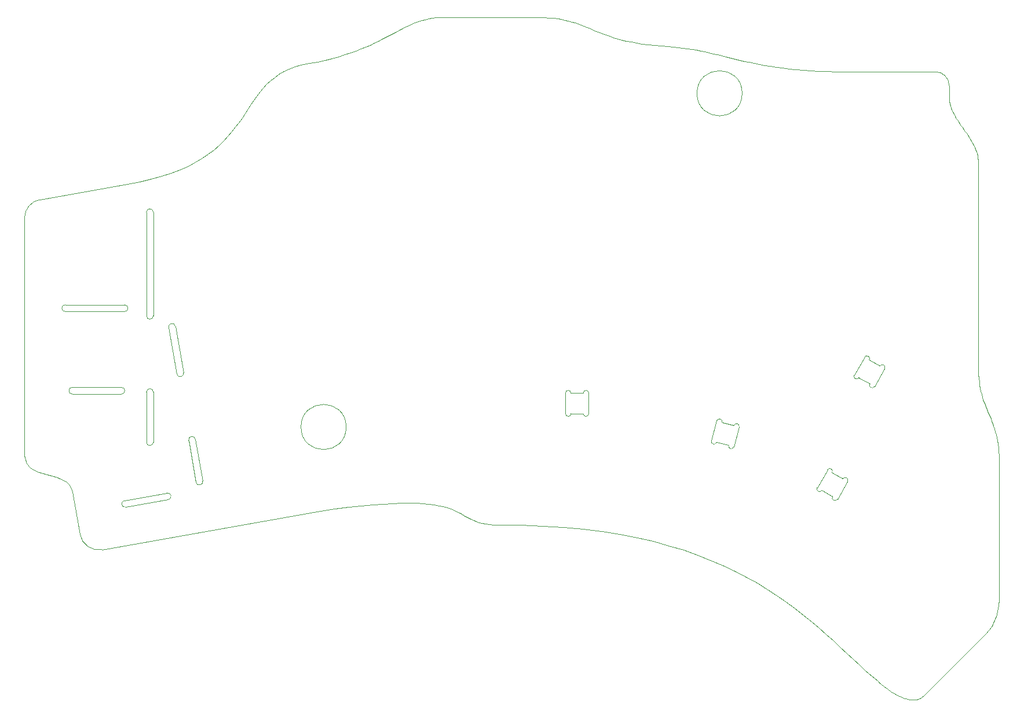
<source format=gbr>
%TF.GenerationSoftware,KiCad,Pcbnew,(6.0.8)*%
%TF.CreationDate,2022-10-10T20:06:03-07:00*%
%TF.ProjectId,hillside46,68696c6c-7369-4646-9534-362e6b696361,0.1.0*%
%TF.SameCoordinates,Original*%
%TF.FileFunction,Profile,NP*%
%FSLAX46Y46*%
G04 Gerber Fmt 4.6, Leading zero omitted, Abs format (unit mm)*
G04 Created by KiCad (PCBNEW (6.0.8)) date 2022-10-10 20:06:03*
%MOMM*%
%LPD*%
G01*
G04 APERTURE LIST*
%TA.AperFunction,Profile*%
%ADD10C,0.050000*%
%TD*%
%ADD11C,0.050000*%
%TA.AperFunction,Profile*%
%ADD12C,0.120000*%
%TD*%
G04 APERTURE END LIST*
D10*
X148619924Y-40689064D02*
X135500862Y-40689072D01*
X214717343Y-130722925D02*
X205436102Y-140007053D01*
X74075818Y-70062418D02*
X74075817Y-104782514D01*
X209240936Y-50689066D02*
G75*
G03*
X207240869Y-48689064I-2000036J-34D01*
G01*
X216566189Y-124479813D02*
X216566192Y-106156053D01*
X96125269Y-85921957D02*
G75*
G03*
X95140420Y-86095612I-492369J-87143D01*
G01*
X96125223Y-85921965D02*
X97323323Y-92717201D01*
X213490869Y-91699069D02*
X213490863Y-61984597D01*
X91896901Y-84382724D02*
X91896897Y-69230652D01*
D11*
X168169922Y-44974958D02*
X167110488Y-44898765D01*
X166118670Y-44806919D01*
X165190601Y-44700613D01*
X164322412Y-44581040D01*
X163510235Y-44449392D01*
X162750201Y-44306862D01*
X162038444Y-44154644D01*
X161371094Y-43993928D01*
X160744283Y-43825910D01*
X160154144Y-43651780D01*
X159596809Y-43472732D01*
X159068408Y-43289960D01*
X158565075Y-43104654D01*
X158082941Y-42918009D01*
X157618138Y-42731217D01*
X157166797Y-42545471D01*
X156725051Y-42361964D01*
X156289032Y-42181887D01*
X155854872Y-42006435D01*
X155418702Y-41836800D01*
X154976654Y-41674175D01*
X154524860Y-41519751D01*
X154059453Y-41374724D01*
X153576563Y-41240284D01*
X153072324Y-41117624D01*
X152542866Y-41007939D01*
X151984322Y-40912419D01*
X151392823Y-40832259D01*
X150764502Y-40768650D01*
X150095491Y-40722787D01*
X149381921Y-40695860D01*
X148619924Y-40689064D01*
D10*
X88696903Y-83770597D02*
X80023783Y-83770606D01*
X88703075Y-111398991D02*
G75*
G03*
X88876737Y-112383877I87025J-492409D01*
G01*
X82187980Y-116356930D02*
G75*
G03*
X85373766Y-118587613I2708220J477530D01*
G01*
D11*
X114469924Y-47674959D02*
X113549524Y-47948307D01*
X112710048Y-48269459D01*
X111944235Y-48635390D01*
X111244825Y-49043073D01*
X110604559Y-49489484D01*
X110016175Y-49971595D01*
X109472415Y-50486381D01*
X108966017Y-51030817D01*
X108489721Y-51601877D01*
X108036268Y-52196534D01*
X107598397Y-52811763D01*
X107168848Y-53444538D01*
X106740362Y-54091833D01*
X106305677Y-54750623D01*
X105857534Y-55417881D01*
X105388672Y-56090583D01*
X104891832Y-56765701D01*
X104359754Y-57440210D01*
X103785177Y-58111085D01*
X103160840Y-58775299D01*
X102479485Y-59429827D01*
X101733851Y-60071643D01*
X100916677Y-60697721D01*
X100020704Y-61305036D01*
X99038671Y-61890560D01*
X97963319Y-62451270D01*
X96787386Y-62984138D01*
X95503614Y-63486139D01*
X94104742Y-63954248D01*
X92583510Y-64385437D01*
X90932657Y-64776683D01*
X89144924Y-65124958D01*
D10*
X92896907Y-69230649D02*
X92896905Y-84382724D01*
D11*
X214717343Y-130722925D02*
X214871631Y-130567393D01*
X215017131Y-130405525D01*
X215154100Y-130237697D01*
X215282793Y-130064290D01*
X215403467Y-129885680D01*
X215516377Y-129702247D01*
X215621779Y-129514370D01*
X215719931Y-129322425D01*
X215811088Y-129126793D01*
X215895506Y-128927851D01*
X215973441Y-128725978D01*
X216045149Y-128521553D01*
X216110887Y-128314953D01*
X216170911Y-128106557D01*
X216225477Y-127896744D01*
X216274841Y-127685893D01*
X216319258Y-127474381D01*
X216358986Y-127262587D01*
X216394280Y-127050890D01*
X216425397Y-126839667D01*
X216452593Y-126629299D01*
X216476123Y-126420162D01*
X216496244Y-126212636D01*
X216513212Y-126007098D01*
X216527284Y-125803928D01*
X216538715Y-125603503D01*
X216547761Y-125406203D01*
X216554679Y-125212406D01*
X216559724Y-125022490D01*
X216563153Y-124836833D01*
X216565223Y-124655814D01*
X216566189Y-124479813D01*
D10*
X89144924Y-65124958D02*
X76344059Y-67377604D01*
X81054967Y-94841170D02*
G75*
G03*
X81054964Y-95841230I-167J-500030D01*
G01*
D11*
X194040859Y-48689070D02*
X192685513Y-48667524D01*
X191396341Y-48629652D01*
X190170254Y-48576477D01*
X189004163Y-48509021D01*
X187894979Y-48428308D01*
X186839612Y-48335359D01*
X185834974Y-48231199D01*
X184877974Y-48116849D01*
X183965525Y-47993333D01*
X183094536Y-47861673D01*
X182261920Y-47722892D01*
X181464585Y-47578014D01*
X180699444Y-47428059D01*
X179963408Y-47274053D01*
X179253386Y-47117017D01*
X178566290Y-46957973D01*
X177899031Y-46797946D01*
X177248520Y-46637958D01*
X176611666Y-46479031D01*
X175985382Y-46322188D01*
X175366579Y-46168453D01*
X174752166Y-46018847D01*
X174139055Y-45874395D01*
X173524156Y-45736118D01*
X172904381Y-45605039D01*
X172276640Y-45482181D01*
X171637844Y-45368568D01*
X170984904Y-45265221D01*
X170314731Y-45173164D01*
X169624236Y-45093419D01*
X168910329Y-45027009D01*
X168169922Y-44974958D01*
X198755864Y-137769068D02*
X197878656Y-137042926D01*
X196993697Y-136274124D01*
X196096239Y-135467016D01*
X195181538Y-134625953D01*
X194244850Y-133755291D01*
X193281428Y-132859382D01*
X192286527Y-131942580D01*
X191255402Y-131009238D01*
X190183309Y-130063709D01*
X189065501Y-129110347D01*
X187897235Y-128153506D01*
X186673763Y-127197539D01*
X185390342Y-126246799D01*
X184042227Y-125305639D01*
X182624671Y-124378414D01*
X181132930Y-123469476D01*
X179562258Y-122583179D01*
X177907911Y-121723876D01*
X176165144Y-120895922D01*
X174329210Y-120103668D01*
X172395365Y-119351469D01*
X170358864Y-118643678D01*
X168214961Y-117984649D01*
X165958912Y-117378734D01*
X163585971Y-116830288D01*
X161091393Y-116343663D01*
X158470432Y-115923213D01*
X155718344Y-115573292D01*
X152830384Y-115298253D01*
X149801806Y-115102450D01*
X146627865Y-114990235D01*
X143303816Y-114965963D01*
X213490863Y-61984597D02*
X213478671Y-61637604D01*
X213443134Y-61298581D01*
X213385807Y-60967026D01*
X213308247Y-60642438D01*
X213212010Y-60324317D01*
X213098652Y-60012161D01*
X212969731Y-59705469D01*
X212826802Y-59403741D01*
X212671422Y-59106476D01*
X212505147Y-58813173D01*
X212329534Y-58523331D01*
X212146139Y-58236449D01*
X211956518Y-57952027D01*
X211762228Y-57669562D01*
X211564825Y-57388556D01*
X211365866Y-57108505D01*
X211166906Y-56828911D01*
X210969504Y-56549271D01*
X210775214Y-56269085D01*
X210585593Y-55987852D01*
X210402197Y-55705071D01*
X210226584Y-55420242D01*
X210060309Y-55132862D01*
X209904929Y-54842432D01*
X209762000Y-54548451D01*
X209633079Y-54250418D01*
X209519721Y-53947831D01*
X209423484Y-53640190D01*
X209345924Y-53326994D01*
X209288597Y-53007742D01*
X209253059Y-52681934D01*
X209240868Y-52349068D01*
D10*
X92896903Y-69230649D02*
G75*
G03*
X91896897Y-69230652I-500003J-51D01*
G01*
X88223886Y-95841163D02*
G75*
G03*
X88223880Y-94841237I-86J499963D01*
G01*
X117321837Y-112954302D02*
X85373766Y-118587613D01*
X99136816Y-108736999D02*
X98059862Y-102628818D01*
X91896910Y-102870604D02*
X91896867Y-95541239D01*
X82188018Y-116356923D02*
X81109409Y-110187348D01*
X95073886Y-111291236D02*
X88876737Y-112383877D01*
X80023783Y-82770594D02*
G75*
G03*
X80023783Y-83770606I17J-500006D01*
G01*
X99044699Y-102455163D02*
G75*
G03*
X98059862Y-102628818I-492399J-86937D01*
G01*
X209240859Y-50689066D02*
X209240868Y-52349068D01*
X99136735Y-108737013D02*
G75*
G03*
X100121624Y-108563354I492465J86713D01*
G01*
X88696903Y-83770595D02*
G75*
G03*
X88696900Y-82770605I-3J499995D01*
G01*
X80023783Y-82770602D02*
X88696900Y-82770605D01*
D11*
X143303816Y-114965963D02*
X142621700Y-114950887D01*
X142008337Y-114905596D01*
X141456013Y-114832801D01*
X140957015Y-114735217D01*
X140503632Y-114615556D01*
X140088149Y-114476532D01*
X139702855Y-114320858D01*
X139340036Y-114151248D01*
X138991980Y-113970415D01*
X138650974Y-113781072D01*
X138309305Y-113585932D01*
X137959260Y-113387709D01*
X137593127Y-113189117D01*
X137203193Y-112992868D01*
X136781745Y-112801675D01*
X136321070Y-112618253D01*
X135813456Y-112445314D01*
X135251190Y-112285572D01*
X134626559Y-112141740D01*
X133931850Y-112016532D01*
X133159351Y-111912660D01*
X132301348Y-111832838D01*
X131350130Y-111779779D01*
X130297983Y-111756197D01*
X129137194Y-111764806D01*
X127860051Y-111808317D01*
X126458840Y-111889445D01*
X124925850Y-112010903D01*
X123253368Y-112175405D01*
X121433680Y-112385663D01*
X119459074Y-112644390D01*
X117321837Y-112954302D01*
X216566192Y-106156053D02*
X216557369Y-105477457D01*
X216531653Y-104839967D01*
X216490171Y-104240934D01*
X216434047Y-103677712D01*
X216364409Y-103147652D01*
X216282383Y-102648109D01*
X216189094Y-102176435D01*
X216085670Y-101729983D01*
X215973236Y-101306105D01*
X215852918Y-100902155D01*
X215725843Y-100515485D01*
X215593137Y-100143448D01*
X215455926Y-99783397D01*
X215315337Y-99432686D01*
X215172495Y-99088666D01*
X215028527Y-98748690D01*
X214884559Y-98410112D01*
X214741717Y-98070284D01*
X214601128Y-97726559D01*
X214463917Y-97376291D01*
X214331212Y-97016831D01*
X214204137Y-96645533D01*
X214083820Y-96259749D01*
X213971386Y-95856832D01*
X213867962Y-95434136D01*
X213774674Y-94989013D01*
X213692648Y-94518816D01*
X213623010Y-94020898D01*
X213566887Y-93492611D01*
X213525405Y-92931308D01*
X213499690Y-92334343D01*
X213490869Y-91699069D01*
D10*
X99044669Y-102455168D02*
X100121624Y-108563354D01*
X88703089Y-111399071D02*
X94900241Y-110306432D01*
X91896899Y-102870604D02*
G75*
G03*
X92896901Y-102870600I500001J4D01*
G01*
X81054967Y-94841239D02*
X88223880Y-94841237D01*
X96338517Y-92890845D02*
X95140420Y-86095612D01*
X76344069Y-67377662D02*
G75*
G03*
X74075818Y-70062418I465731J-2694038D01*
G01*
X92896872Y-95541239D02*
X92896901Y-102870600D01*
X88223886Y-95841236D02*
X81054964Y-95841230D01*
D11*
X135500862Y-40689072D02*
X134858120Y-40710070D01*
X134250481Y-40756137D01*
X133674341Y-40826040D01*
X133126098Y-40918545D01*
X132602146Y-41032417D01*
X132098882Y-41166422D01*
X131612703Y-41319327D01*
X131140005Y-41489898D01*
X130677184Y-41676900D01*
X130220637Y-41879100D01*
X129766759Y-42095264D01*
X129311948Y-42324157D01*
X128852599Y-42564547D01*
X128385108Y-42815198D01*
X127905873Y-43074876D01*
X127411289Y-43342349D01*
X126897753Y-43616382D01*
X126361661Y-43895740D01*
X125799409Y-44179191D01*
X125207394Y-44465499D01*
X124582011Y-44753432D01*
X123919658Y-45041754D01*
X123216731Y-45329233D01*
X122469625Y-45614633D01*
X121674738Y-45896722D01*
X120828464Y-46174265D01*
X119927202Y-46446028D01*
X118967347Y-46710778D01*
X117945295Y-46967279D01*
X116857443Y-47214299D01*
X115700187Y-47450604D01*
X114469924Y-47674959D01*
D10*
X121089906Y-100652347D02*
G75*
G03*
X121089906Y-100652347I-3301994J0D01*
G01*
X92896873Y-95541239D02*
G75*
G03*
X91896867Y-95541239I-500003J28D01*
G01*
X207240869Y-48689064D02*
X194040859Y-48689070D01*
X95073883Y-111291217D02*
G75*
G03*
X94900241Y-110306432I-86683J492417D01*
G01*
X91896901Y-84382724D02*
G75*
G03*
X92896905Y-84382724I500002J211D01*
G01*
D11*
X81109409Y-110187348D02*
X81026470Y-109879435D01*
X80913725Y-109600502D01*
X80773271Y-109348547D01*
X80607205Y-109121569D01*
X80417625Y-108917568D01*
X80206630Y-108734541D01*
X79976315Y-108570488D01*
X79728780Y-108423407D01*
X79466122Y-108291299D01*
X79190439Y-108172161D01*
X78903829Y-108063992D01*
X78608388Y-107964792D01*
X78306216Y-107872559D01*
X77999409Y-107785293D01*
X77690065Y-107700992D01*
X77380283Y-107617655D01*
X77072159Y-107533281D01*
X76767792Y-107445869D01*
X76469280Y-107353418D01*
X76178719Y-107253927D01*
X75898208Y-107145395D01*
X75629844Y-107025821D01*
X75375726Y-106893203D01*
X75137950Y-106745541D01*
X74918615Y-106580833D01*
X74719819Y-106397078D01*
X74543658Y-106192276D01*
X74392231Y-105964425D01*
X74267636Y-105711525D01*
X74171970Y-105431573D01*
X74107331Y-105122570D01*
X74075817Y-104782514D01*
D10*
X96338418Y-92890862D02*
G75*
G03*
X97323323Y-92717201I492482J86662D01*
G01*
X178977848Y-51832515D02*
G75*
G03*
X178977848Y-51832515I-3301994J0D01*
G01*
D11*
X205436102Y-140007053D02*
X205269192Y-140150947D01*
X205092424Y-140271630D01*
X204906512Y-140370045D01*
X204712174Y-140447131D01*
X204510124Y-140503831D01*
X204301080Y-140541086D01*
X204085756Y-140559838D01*
X203864868Y-140561029D01*
X203639133Y-140545599D01*
X203409266Y-140514490D01*
X203175984Y-140468645D01*
X202940002Y-140409003D01*
X202702035Y-140336508D01*
X202462801Y-140252100D01*
X202223015Y-140156722D01*
X201983392Y-140051313D01*
X201744649Y-139936817D01*
X201507501Y-139814175D01*
X201272665Y-139684327D01*
X201040856Y-139548217D01*
X200812790Y-139406784D01*
X200589183Y-139260972D01*
X200370751Y-139111720D01*
X200158211Y-138959972D01*
X199952277Y-138806667D01*
X199753665Y-138652749D01*
X199563093Y-138499158D01*
X199381274Y-138346836D01*
X199208926Y-138196724D01*
X199046765Y-138049765D01*
X198895505Y-137906899D01*
X198755864Y-137769068D01*
D12*
%TO.C,D3*%
X176024409Y-99963371D02*
X177763076Y-100429245D01*
X178535816Y-100636301D02*
X177759359Y-103534078D01*
X174475212Y-102654093D02*
X175251669Y-99756316D01*
X176986619Y-103327023D02*
X175247952Y-102861149D01*
X174475212Y-102654093D02*
G75*
G03*
X175247952Y-102861149I386370J-103528D01*
G01*
X176024409Y-99963371D02*
G75*
G03*
X175251669Y-99756316I-386370J103527D01*
G01*
X178535816Y-100636301D02*
G75*
G03*
X177763076Y-100429245I-386370J103528D01*
G01*
X176986619Y-103327023D02*
G75*
G03*
X177759359Y-103534078I386370J-103527D01*
G01*
%TO.C,D2*%
X192128615Y-107318906D02*
X193687461Y-108218906D01*
X189935795Y-109516982D02*
X191435795Y-106918906D01*
X194380281Y-108618906D02*
X192880281Y-111216982D01*
X192187461Y-110816982D02*
X190628615Y-109916982D01*
X194380281Y-108618906D02*
G75*
G03*
X193687461Y-108218906I-346410J200000D01*
G01*
X192128615Y-107318906D02*
G75*
G03*
X191435795Y-106918906I-346410J200000D01*
G01*
X189935795Y-109516982D02*
G75*
G03*
X190628615Y-109916982I346410J-200000D01*
G01*
X192187461Y-110816982D02*
G75*
G03*
X192880281Y-111216982I346410J-200000D01*
G01*
%TO.C,D4*%
X156548202Y-95704987D02*
X156548202Y-98704987D01*
X155748202Y-98704987D02*
X153948202Y-98704987D01*
X153948202Y-95704987D02*
X155748202Y-95704987D01*
X153148202Y-98704987D02*
X153148202Y-95704987D01*
X156548202Y-95704987D02*
G75*
G03*
X155748202Y-95704987I-400000J0D01*
G01*
X153148202Y-98704987D02*
G75*
G03*
X153948202Y-98704987I400000J0D01*
G01*
X155748202Y-98704987D02*
G75*
G03*
X156548202Y-98704987I400000J0D01*
G01*
X153948202Y-95704987D02*
G75*
G03*
X153148202Y-95704987I-400000J0D01*
G01*
%TO.C,D1*%
X199814562Y-92132420D02*
X198314562Y-94730496D01*
X197562896Y-90832420D02*
X199121742Y-91732420D01*
X197621742Y-94330496D02*
X196062896Y-93430496D01*
X195370076Y-93030496D02*
X196870076Y-90432420D01*
X195370076Y-93030496D02*
G75*
G03*
X196062896Y-93430496I346410J-200000D01*
G01*
X197562896Y-90832420D02*
G75*
G03*
X196870076Y-90432420I-346410J200000D01*
G01*
X199814562Y-92132420D02*
G75*
G03*
X199121742Y-91732420I-346410J200000D01*
G01*
X197621742Y-94330496D02*
G75*
G03*
X198314562Y-94730496I346410J-200000D01*
G01*
%TD*%
M02*

</source>
